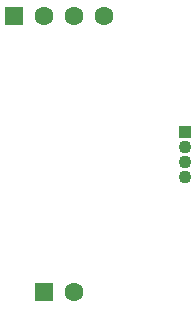
<source format=gbs>
G04*
G04 #@! TF.GenerationSoftware,Altium Limited,Altium Designer,22.0.2 (36)*
G04*
G04 Layer_Color=16711935*
%FSLAX25Y25*%
%MOIN*%
G70*
G04*
G04 #@! TF.SameCoordinates,4316817A-AEA0-4868-BE51-98C0054D8074*
G04*
G04*
G04 #@! TF.FilePolarity,Negative*
G04*
G01*
G75*
%ADD24C,0.06306*%
%ADD25R,0.06306X0.06306*%
%ADD26C,0.04337*%
%ADD27R,0.04337X0.04337*%
D24*
X5000Y-46000D02*
D03*
X15000Y46000D02*
D03*
X5000D02*
D03*
X-5000D02*
D03*
D25*
Y-46000D02*
D03*
X-15000Y46000D02*
D03*
D26*
X41866Y2500D02*
D03*
Y-2500D02*
D03*
Y-7500D02*
D03*
D27*
Y7500D02*
D03*
M02*

</source>
